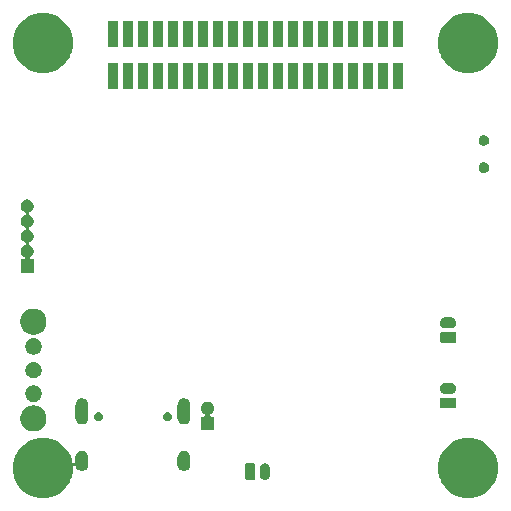
<source format=gbr>
G04 #@! TF.GenerationSoftware,KiCad,Pcbnew,(5.1.6)-1*
G04 #@! TF.CreationDate,2020-11-06T20:37:43+01:00*
G04 #@! TF.ProjectId,DynOSSAT-EDU-EPS,44796e4f-5353-4415-942d-4544552d4550,rev?*
G04 #@! TF.SameCoordinates,Original*
G04 #@! TF.FileFunction,Soldermask,Bot*
G04 #@! TF.FilePolarity,Negative*
%FSLAX46Y46*%
G04 Gerber Fmt 4.6, Leading zero omitted, Abs format (unit mm)*
G04 Created by KiCad (PCBNEW (5.1.6)-1) date 2020-11-06 20:37:43*
%MOMM*%
%LPD*%
G01*
G04 APERTURE LIST*
%ADD10C,0.100000*%
G04 APERTURE END LIST*
D10*
G36*
X227278098Y-85143033D02*
G01*
X227742350Y-85335332D01*
X227742352Y-85335333D01*
X228160168Y-85614509D01*
X228515491Y-85969832D01*
X228722605Y-86279800D01*
X228794668Y-86387650D01*
X228986967Y-86851902D01*
X229085000Y-87344747D01*
X229085000Y-87847253D01*
X228986967Y-88340098D01*
X228865093Y-88634329D01*
X228794667Y-88804352D01*
X228515491Y-89222168D01*
X228160168Y-89577491D01*
X227742352Y-89856667D01*
X227742351Y-89856668D01*
X227742350Y-89856668D01*
X227278098Y-90048967D01*
X226785253Y-90147000D01*
X226282747Y-90147000D01*
X225789902Y-90048967D01*
X225325650Y-89856668D01*
X225325649Y-89856668D01*
X225325648Y-89856667D01*
X224907832Y-89577491D01*
X224552509Y-89222168D01*
X224273333Y-88804352D01*
X224202907Y-88634329D01*
X224081033Y-88340098D01*
X223983000Y-87847253D01*
X223983000Y-87344747D01*
X224081033Y-86851902D01*
X224273332Y-86387650D01*
X224345395Y-86279800D01*
X224552509Y-85969832D01*
X224907832Y-85614509D01*
X225325648Y-85335333D01*
X225325650Y-85335332D01*
X225789902Y-85143033D01*
X226282747Y-85045000D01*
X226785253Y-85045000D01*
X227278098Y-85143033D01*
G37*
G36*
X191278098Y-85143033D02*
G01*
X191742350Y-85335332D01*
X191742352Y-85335333D01*
X192160168Y-85614509D01*
X192515491Y-85969832D01*
X192722605Y-86279800D01*
X192794668Y-86387650D01*
X192986967Y-86851902D01*
X193037504Y-87105969D01*
X193044617Y-87129418D01*
X193056168Y-87151029D01*
X193071713Y-87169971D01*
X193090655Y-87185516D01*
X193112266Y-87197067D01*
X193135715Y-87204180D01*
X193160101Y-87206582D01*
X193184487Y-87204180D01*
X193207936Y-87197067D01*
X193229547Y-87185516D01*
X193248489Y-87169971D01*
X193264034Y-87151029D01*
X193275585Y-87129418D01*
X193282698Y-87105969D01*
X193285100Y-87081583D01*
X193285100Y-86644234D01*
X193293073Y-86563286D01*
X193324579Y-86459422D01*
X193375744Y-86363700D01*
X193444599Y-86279799D01*
X193528500Y-86210944D01*
X193528499Y-86210944D01*
X193528501Y-86210943D01*
X193601358Y-86172000D01*
X193624221Y-86159779D01*
X193728085Y-86128273D01*
X193836100Y-86117634D01*
X193944114Y-86128273D01*
X194047978Y-86159779D01*
X194092007Y-86183313D01*
X194143699Y-86210943D01*
X194143701Y-86210944D01*
X194143700Y-86210944D01*
X194227601Y-86279799D01*
X194296456Y-86363700D01*
X194347621Y-86459421D01*
X194379127Y-86563285D01*
X194387100Y-86644233D01*
X194387100Y-87298367D01*
X194379127Y-87379315D01*
X194347621Y-87483179D01*
X194347619Y-87483182D01*
X194296457Y-87578900D01*
X194227601Y-87662801D01*
X194143700Y-87731657D01*
X194075155Y-87768295D01*
X194047979Y-87782821D01*
X193944115Y-87814327D01*
X193836100Y-87824966D01*
X193728086Y-87814327D01*
X193624222Y-87782821D01*
X193597046Y-87768295D01*
X193528501Y-87731657D01*
X193444600Y-87662801D01*
X193375744Y-87578899D01*
X193320238Y-87475056D01*
X193306624Y-87454681D01*
X193289297Y-87437354D01*
X193268923Y-87423741D01*
X193246284Y-87414363D01*
X193222251Y-87409583D01*
X193197747Y-87409583D01*
X193173713Y-87414364D01*
X193151075Y-87423741D01*
X193130700Y-87437355D01*
X193113373Y-87454682D01*
X193099760Y-87475056D01*
X193090382Y-87497695D01*
X193085000Y-87533980D01*
X193085000Y-87847253D01*
X192986967Y-88340098D01*
X192865093Y-88634329D01*
X192794667Y-88804352D01*
X192515491Y-89222168D01*
X192160168Y-89577491D01*
X191742352Y-89856667D01*
X191742351Y-89856668D01*
X191742350Y-89856668D01*
X191278098Y-90048967D01*
X190785253Y-90147000D01*
X190282747Y-90147000D01*
X189789902Y-90048967D01*
X189325650Y-89856668D01*
X189325649Y-89856668D01*
X189325648Y-89856667D01*
X188907832Y-89577491D01*
X188552509Y-89222168D01*
X188273333Y-88804352D01*
X188202907Y-88634329D01*
X188081033Y-88340098D01*
X187983000Y-87847253D01*
X187983000Y-87344747D01*
X188081033Y-86851902D01*
X188273332Y-86387650D01*
X188345395Y-86279800D01*
X188552509Y-85969832D01*
X188907832Y-85614509D01*
X189325648Y-85335333D01*
X189325650Y-85335332D01*
X189789902Y-85143033D01*
X190282747Y-85045000D01*
X190785253Y-85045000D01*
X191278098Y-85143033D01*
G37*
G36*
X209421809Y-87189525D02*
G01*
X209506825Y-87215314D01*
X209585174Y-87257193D01*
X209653849Y-87313552D01*
X209710207Y-87382225D01*
X209752086Y-87460574D01*
X209777875Y-87545590D01*
X209784400Y-87611842D01*
X209784400Y-88156158D01*
X209777875Y-88222410D01*
X209752086Y-88307426D01*
X209710207Y-88385775D01*
X209653849Y-88454449D01*
X209585175Y-88510807D01*
X209506826Y-88552686D01*
X209421810Y-88578475D01*
X209333400Y-88587182D01*
X209244991Y-88578475D01*
X209159975Y-88552686D01*
X209081626Y-88510807D01*
X209012952Y-88454449D01*
X208956595Y-88385776D01*
X208914713Y-88307423D01*
X208888925Y-88222410D01*
X208882400Y-88156158D01*
X208882400Y-87611843D01*
X208888925Y-87545591D01*
X208914714Y-87460575D01*
X208956593Y-87382226D01*
X209012952Y-87313551D01*
X209081625Y-87257193D01*
X209159974Y-87215314D01*
X209244990Y-87189525D01*
X209333400Y-87180818D01*
X209421809Y-87189525D01*
G37*
G36*
X208403083Y-87186725D02*
G01*
X208433543Y-87195966D01*
X208461623Y-87210974D01*
X208486231Y-87231169D01*
X208506426Y-87255777D01*
X208521434Y-87283857D01*
X208530675Y-87314317D01*
X208534400Y-87352140D01*
X208534400Y-88415860D01*
X208530675Y-88453683D01*
X208521434Y-88484143D01*
X208506426Y-88512223D01*
X208486231Y-88536831D01*
X208461623Y-88557026D01*
X208433543Y-88572034D01*
X208403083Y-88581275D01*
X208365260Y-88585000D01*
X207801540Y-88585000D01*
X207763717Y-88581275D01*
X207733257Y-88572034D01*
X207705177Y-88557026D01*
X207680569Y-88536831D01*
X207660374Y-88512223D01*
X207645366Y-88484143D01*
X207636125Y-88453683D01*
X207632400Y-88415860D01*
X207632400Y-87352140D01*
X207636125Y-87314317D01*
X207645366Y-87283857D01*
X207660374Y-87255777D01*
X207680569Y-87231169D01*
X207705177Y-87210974D01*
X207733257Y-87195966D01*
X207763717Y-87186725D01*
X207801540Y-87183000D01*
X208365260Y-87183000D01*
X208403083Y-87186725D01*
G37*
G36*
X202584114Y-86128273D02*
G01*
X202687978Y-86159779D01*
X202732007Y-86183313D01*
X202783699Y-86210943D01*
X202783701Y-86210944D01*
X202783700Y-86210944D01*
X202867601Y-86279799D01*
X202936456Y-86363700D01*
X202987621Y-86459421D01*
X203019127Y-86563285D01*
X203027100Y-86644233D01*
X203027100Y-87298367D01*
X203019127Y-87379315D01*
X202987621Y-87483179D01*
X202987619Y-87483182D01*
X202936457Y-87578900D01*
X202867601Y-87662801D01*
X202783700Y-87731657D01*
X202715155Y-87768295D01*
X202687979Y-87782821D01*
X202584115Y-87814327D01*
X202476100Y-87824966D01*
X202368086Y-87814327D01*
X202264222Y-87782821D01*
X202237046Y-87768295D01*
X202168501Y-87731657D01*
X202084600Y-87662801D01*
X202015745Y-87578901D01*
X201964580Y-87483179D01*
X201958898Y-87464448D01*
X201933073Y-87379315D01*
X201925100Y-87298367D01*
X201925100Y-86644234D01*
X201933073Y-86563286D01*
X201964579Y-86459422D01*
X202015744Y-86363700D01*
X202084599Y-86279799D01*
X202168500Y-86210944D01*
X202168499Y-86210944D01*
X202168501Y-86210943D01*
X202241358Y-86172000D01*
X202264221Y-86159779D01*
X202368085Y-86128273D01*
X202476100Y-86117634D01*
X202584114Y-86128273D01*
G37*
G36*
X189952795Y-82304156D02*
G01*
X190059150Y-82325311D01*
X190148432Y-82362293D01*
X190259520Y-82408307D01*
X190439844Y-82528795D01*
X190593205Y-82682156D01*
X190713693Y-82862480D01*
X190747353Y-82943742D01*
X190796689Y-83062850D01*
X190798264Y-83070767D01*
X190839000Y-83275560D01*
X190839000Y-83492440D01*
X190823770Y-83569006D01*
X190796689Y-83705150D01*
X190756715Y-83801656D01*
X190713693Y-83905520D01*
X190593205Y-84085844D01*
X190439844Y-84239205D01*
X190259520Y-84359693D01*
X190059150Y-84442689D01*
X189952794Y-84463845D01*
X189846440Y-84485000D01*
X189629560Y-84485000D01*
X189523206Y-84463845D01*
X189416850Y-84442689D01*
X189216480Y-84359693D01*
X189036156Y-84239205D01*
X188882795Y-84085844D01*
X188762307Y-83905520D01*
X188719285Y-83801656D01*
X188679311Y-83705150D01*
X188652230Y-83569006D01*
X188637000Y-83492440D01*
X188637000Y-83275560D01*
X188677736Y-83070767D01*
X188679311Y-83062850D01*
X188728647Y-82943742D01*
X188762307Y-82862480D01*
X188882795Y-82682156D01*
X189036156Y-82528795D01*
X189216480Y-82408307D01*
X189327568Y-82362293D01*
X189416850Y-82325311D01*
X189523206Y-82304155D01*
X189629560Y-82283000D01*
X189846440Y-82283000D01*
X189952795Y-82304156D01*
G37*
G36*
X204630721Y-81994774D02*
G01*
X204730995Y-82036309D01*
X204730996Y-82036310D01*
X204821242Y-82096610D01*
X204897990Y-82173358D01*
X204897991Y-82173360D01*
X204958291Y-82263605D01*
X204999826Y-82363879D01*
X205021000Y-82470330D01*
X205021000Y-82578870D01*
X204999826Y-82685321D01*
X204958291Y-82785595D01*
X204958290Y-82785596D01*
X204897990Y-82875842D01*
X204821242Y-82952590D01*
X204789816Y-82973588D01*
X204728336Y-83014668D01*
X204709394Y-83030214D01*
X204693849Y-83049156D01*
X204682298Y-83070767D01*
X204675185Y-83094215D01*
X204672783Y-83118602D01*
X204675185Y-83142988D01*
X204682298Y-83166437D01*
X204693849Y-83188047D01*
X204709395Y-83206989D01*
X204728337Y-83222534D01*
X204749948Y-83234085D01*
X204773396Y-83241198D01*
X204797782Y-83243600D01*
X205021000Y-83243600D01*
X205021000Y-84345600D01*
X203919000Y-84345600D01*
X203919000Y-83243600D01*
X204142218Y-83243600D01*
X204166604Y-83241198D01*
X204190053Y-83234085D01*
X204211664Y-83222534D01*
X204230606Y-83206989D01*
X204246151Y-83188047D01*
X204257702Y-83166436D01*
X204264815Y-83142987D01*
X204267217Y-83118601D01*
X204264815Y-83094215D01*
X204257702Y-83070766D01*
X204246151Y-83049155D01*
X204230606Y-83030213D01*
X204211664Y-83014668D01*
X204150184Y-82973588D01*
X204118758Y-82952590D01*
X204042010Y-82875842D01*
X203981710Y-82785596D01*
X203981709Y-82785595D01*
X203940174Y-82685321D01*
X203919000Y-82578870D01*
X203919000Y-82470330D01*
X203940174Y-82363879D01*
X203981709Y-82263605D01*
X204042009Y-82173360D01*
X204042010Y-82173358D01*
X204118758Y-82096610D01*
X204209004Y-82036310D01*
X204209005Y-82036309D01*
X204309279Y-81994774D01*
X204415730Y-81973600D01*
X204524270Y-81973600D01*
X204630721Y-81994774D01*
G37*
G36*
X193948114Y-81698273D02*
G01*
X194051978Y-81729779D01*
X194096007Y-81753313D01*
X194147699Y-81780943D01*
X194162745Y-81793291D01*
X194231601Y-81849799D01*
X194289987Y-81920943D01*
X194300457Y-81933701D01*
X194327877Y-81985000D01*
X194351621Y-82029421D01*
X194383127Y-82133285D01*
X194391100Y-82214233D01*
X194391100Y-83368367D01*
X194383127Y-83449315D01*
X194351621Y-83553179D01*
X194337095Y-83580355D01*
X194300457Y-83648900D01*
X194231601Y-83732801D01*
X194147700Y-83801657D01*
X194079155Y-83838295D01*
X194051979Y-83852821D01*
X193948115Y-83884327D01*
X193840100Y-83894966D01*
X193732086Y-83884327D01*
X193628222Y-83852821D01*
X193601046Y-83838295D01*
X193532501Y-83801657D01*
X193448600Y-83732801D01*
X193379744Y-83648900D01*
X193343106Y-83580355D01*
X193328580Y-83553179D01*
X193297074Y-83449315D01*
X193289101Y-83368367D01*
X193289100Y-82214234D01*
X193297073Y-82133286D01*
X193328579Y-82029422D01*
X193366722Y-81958062D01*
X193379743Y-81933701D01*
X193403118Y-81905218D01*
X193448599Y-81849799D01*
X193519743Y-81791413D01*
X193532501Y-81780943D01*
X193584193Y-81753313D01*
X193628221Y-81729779D01*
X193732085Y-81698273D01*
X193840100Y-81687634D01*
X193948114Y-81698273D01*
G37*
G36*
X202588114Y-81698273D02*
G01*
X202691978Y-81729779D01*
X202736007Y-81753313D01*
X202787699Y-81780943D01*
X202802745Y-81793291D01*
X202871601Y-81849799D01*
X202929987Y-81920943D01*
X202940457Y-81933701D01*
X202967877Y-81985000D01*
X202991621Y-82029421D01*
X203023127Y-82133285D01*
X203031100Y-82214233D01*
X203031100Y-83368367D01*
X203023127Y-83449315D01*
X202991621Y-83553179D01*
X202977095Y-83580355D01*
X202940457Y-83648900D01*
X202871601Y-83732801D01*
X202787700Y-83801657D01*
X202719155Y-83838295D01*
X202691979Y-83852821D01*
X202588115Y-83884327D01*
X202480100Y-83894966D01*
X202372086Y-83884327D01*
X202268222Y-83852821D01*
X202241046Y-83838295D01*
X202172501Y-83801657D01*
X202088600Y-83732801D01*
X202019744Y-83648900D01*
X201983106Y-83580355D01*
X201968580Y-83553179D01*
X201937074Y-83449315D01*
X201929101Y-83368367D01*
X201929100Y-82214234D01*
X201937073Y-82133286D01*
X201968579Y-82029422D01*
X202006722Y-81958062D01*
X202019743Y-81933701D01*
X202043118Y-81905218D01*
X202088599Y-81849799D01*
X202159743Y-81791413D01*
X202172501Y-81780943D01*
X202224193Y-81753313D01*
X202268221Y-81729779D01*
X202372085Y-81698273D01*
X202480100Y-81687634D01*
X202588114Y-81698273D01*
G37*
G36*
X201188772Y-82874249D02*
G01*
X201188774Y-82874250D01*
X201188775Y-82874250D01*
X201257203Y-82902593D01*
X201318786Y-82943742D01*
X201371158Y-82996114D01*
X201412307Y-83057697D01*
X201437534Y-83118602D01*
X201440651Y-83126128D01*
X201455100Y-83198766D01*
X201455100Y-83272834D01*
X201454558Y-83275561D01*
X201440650Y-83345475D01*
X201412307Y-83413903D01*
X201371158Y-83475486D01*
X201318786Y-83527858D01*
X201257203Y-83569007D01*
X201188775Y-83597350D01*
X201188774Y-83597350D01*
X201188772Y-83597351D01*
X201116134Y-83611800D01*
X201042066Y-83611800D01*
X200969428Y-83597351D01*
X200969426Y-83597350D01*
X200969425Y-83597350D01*
X200900997Y-83569007D01*
X200839414Y-83527858D01*
X200787042Y-83475486D01*
X200745893Y-83413903D01*
X200717550Y-83345475D01*
X200703643Y-83275561D01*
X200703100Y-83272834D01*
X200703100Y-83198766D01*
X200717549Y-83126128D01*
X200720666Y-83118602D01*
X200745893Y-83057697D01*
X200787042Y-82996114D01*
X200839414Y-82943742D01*
X200900997Y-82902593D01*
X200969425Y-82874250D01*
X200969426Y-82874250D01*
X200969428Y-82874249D01*
X201042066Y-82859800D01*
X201116134Y-82859800D01*
X201188772Y-82874249D01*
G37*
G36*
X195346772Y-82874249D02*
G01*
X195346774Y-82874250D01*
X195346775Y-82874250D01*
X195415203Y-82902593D01*
X195476786Y-82943742D01*
X195529158Y-82996114D01*
X195570307Y-83057697D01*
X195595534Y-83118602D01*
X195598651Y-83126128D01*
X195613100Y-83198766D01*
X195613100Y-83272834D01*
X195612558Y-83275561D01*
X195598650Y-83345475D01*
X195570307Y-83413903D01*
X195529158Y-83475486D01*
X195476786Y-83527858D01*
X195415203Y-83569007D01*
X195346775Y-83597350D01*
X195346774Y-83597350D01*
X195346772Y-83597351D01*
X195274134Y-83611800D01*
X195200066Y-83611800D01*
X195127428Y-83597351D01*
X195127426Y-83597350D01*
X195127425Y-83597350D01*
X195058997Y-83569007D01*
X194997414Y-83527858D01*
X194945042Y-83475486D01*
X194903893Y-83413903D01*
X194875550Y-83345475D01*
X194861643Y-83275561D01*
X194861100Y-83272834D01*
X194861100Y-83198766D01*
X194875549Y-83126128D01*
X194878666Y-83118602D01*
X194903893Y-83057697D01*
X194945042Y-82996114D01*
X194997414Y-82943742D01*
X195058997Y-82902593D01*
X195127425Y-82874250D01*
X195127426Y-82874250D01*
X195127428Y-82874249D01*
X195200066Y-82859800D01*
X195274134Y-82859800D01*
X195346772Y-82874249D01*
G37*
G36*
X225410483Y-81645525D02*
G01*
X225440943Y-81654766D01*
X225469023Y-81669774D01*
X225493631Y-81689969D01*
X225513826Y-81714577D01*
X225528834Y-81742657D01*
X225538075Y-81773117D01*
X225541800Y-81810940D01*
X225541800Y-82374660D01*
X225538075Y-82412483D01*
X225528834Y-82442943D01*
X225513826Y-82471023D01*
X225493631Y-82495631D01*
X225469023Y-82515826D01*
X225440943Y-82530834D01*
X225410483Y-82540075D01*
X225372660Y-82543800D01*
X224308940Y-82543800D01*
X224271117Y-82540075D01*
X224240657Y-82530834D01*
X224212577Y-82515826D01*
X224187969Y-82495631D01*
X224167774Y-82471023D01*
X224152766Y-82442943D01*
X224143525Y-82412483D01*
X224139800Y-82374660D01*
X224139800Y-81810940D01*
X224143525Y-81773117D01*
X224152766Y-81742657D01*
X224167774Y-81714577D01*
X224187969Y-81689969D01*
X224212577Y-81669774D01*
X224240657Y-81654766D01*
X224271117Y-81645525D01*
X224308940Y-81641800D01*
X225372660Y-81641800D01*
X225410483Y-81645525D01*
G37*
G36*
X189942473Y-80609938D02*
G01*
X190070049Y-80662782D01*
X190184859Y-80739495D01*
X190282505Y-80837141D01*
X190359218Y-80951951D01*
X190412062Y-81079527D01*
X190439000Y-81214956D01*
X190439000Y-81353044D01*
X190412062Y-81488473D01*
X190359218Y-81616049D01*
X190282505Y-81730859D01*
X190184859Y-81828505D01*
X190070049Y-81905218D01*
X189942473Y-81958062D01*
X189807044Y-81985000D01*
X189668956Y-81985000D01*
X189533527Y-81958062D01*
X189405951Y-81905218D01*
X189291141Y-81828505D01*
X189193495Y-81730859D01*
X189116782Y-81616049D01*
X189063938Y-81488473D01*
X189037000Y-81353044D01*
X189037000Y-81214956D01*
X189063938Y-81079527D01*
X189116782Y-80951951D01*
X189193495Y-80837141D01*
X189291141Y-80739495D01*
X189405951Y-80662782D01*
X189533527Y-80609938D01*
X189668956Y-80583000D01*
X189807044Y-80583000D01*
X189942473Y-80609938D01*
G37*
G36*
X225179210Y-80398325D02*
G01*
X225264226Y-80424114D01*
X225342575Y-80465993D01*
X225411249Y-80522351D01*
X225467607Y-80591025D01*
X225509486Y-80669374D01*
X225535275Y-80754390D01*
X225543982Y-80842800D01*
X225535275Y-80931210D01*
X225509486Y-81016226D01*
X225467607Y-81094575D01*
X225411249Y-81163249D01*
X225342575Y-81219607D01*
X225264226Y-81261486D01*
X225179210Y-81287275D01*
X225112958Y-81293800D01*
X224568642Y-81293800D01*
X224502390Y-81287275D01*
X224417374Y-81261486D01*
X224339025Y-81219607D01*
X224270351Y-81163249D01*
X224213993Y-81094575D01*
X224172114Y-81016226D01*
X224146325Y-80931210D01*
X224137618Y-80842800D01*
X224146325Y-80754390D01*
X224172114Y-80669374D01*
X224213993Y-80591025D01*
X224270351Y-80522351D01*
X224339025Y-80465993D01*
X224417374Y-80424114D01*
X224502390Y-80398325D01*
X224568642Y-80391800D01*
X225112958Y-80391800D01*
X225179210Y-80398325D01*
G37*
G36*
X189942473Y-78609938D02*
G01*
X190070049Y-78662782D01*
X190184859Y-78739495D01*
X190282505Y-78837141D01*
X190359218Y-78951951D01*
X190412062Y-79079527D01*
X190439000Y-79214956D01*
X190439000Y-79353044D01*
X190412062Y-79488473D01*
X190359218Y-79616049D01*
X190282505Y-79730859D01*
X190184859Y-79828505D01*
X190070049Y-79905218D01*
X189942473Y-79958062D01*
X189807044Y-79985000D01*
X189668956Y-79985000D01*
X189533527Y-79958062D01*
X189405951Y-79905218D01*
X189291141Y-79828505D01*
X189193495Y-79730859D01*
X189116782Y-79616049D01*
X189063938Y-79488473D01*
X189037000Y-79353044D01*
X189037000Y-79214956D01*
X189063938Y-79079527D01*
X189116782Y-78951951D01*
X189193495Y-78837141D01*
X189291141Y-78739495D01*
X189405951Y-78662782D01*
X189533527Y-78609938D01*
X189668956Y-78583000D01*
X189807044Y-78583000D01*
X189942473Y-78609938D01*
G37*
G36*
X189942473Y-76609938D02*
G01*
X190070049Y-76662782D01*
X190184859Y-76739495D01*
X190282505Y-76837141D01*
X190359218Y-76951951D01*
X190412062Y-77079527D01*
X190439000Y-77214956D01*
X190439000Y-77353044D01*
X190412062Y-77488473D01*
X190359218Y-77616049D01*
X190282505Y-77730859D01*
X190184859Y-77828505D01*
X190070049Y-77905218D01*
X189942473Y-77958062D01*
X189807044Y-77985000D01*
X189668956Y-77985000D01*
X189533527Y-77958062D01*
X189405951Y-77905218D01*
X189291141Y-77828505D01*
X189193495Y-77730859D01*
X189116782Y-77616049D01*
X189063938Y-77488473D01*
X189037000Y-77353044D01*
X189037000Y-77214956D01*
X189063938Y-77079527D01*
X189116782Y-76951951D01*
X189193495Y-76837141D01*
X189291141Y-76739495D01*
X189405951Y-76662782D01*
X189533527Y-76609938D01*
X189668956Y-76583000D01*
X189807044Y-76583000D01*
X189942473Y-76609938D01*
G37*
G36*
X225410483Y-76082925D02*
G01*
X225440943Y-76092166D01*
X225469023Y-76107174D01*
X225493631Y-76127369D01*
X225513826Y-76151977D01*
X225528834Y-76180057D01*
X225538075Y-76210517D01*
X225541800Y-76248340D01*
X225541800Y-76812060D01*
X225538075Y-76849883D01*
X225528834Y-76880343D01*
X225513826Y-76908423D01*
X225493631Y-76933031D01*
X225469023Y-76953226D01*
X225440943Y-76968234D01*
X225410483Y-76977475D01*
X225372660Y-76981200D01*
X224308940Y-76981200D01*
X224271117Y-76977475D01*
X224240657Y-76968234D01*
X224212577Y-76953226D01*
X224187969Y-76933031D01*
X224167774Y-76908423D01*
X224152766Y-76880343D01*
X224143525Y-76849883D01*
X224139800Y-76812060D01*
X224139800Y-76248340D01*
X224143525Y-76210517D01*
X224152766Y-76180057D01*
X224167774Y-76151977D01*
X224187969Y-76127369D01*
X224212577Y-76107174D01*
X224240657Y-76092166D01*
X224271117Y-76082925D01*
X224308940Y-76079200D01*
X225372660Y-76079200D01*
X225410483Y-76082925D01*
G37*
G36*
X189952794Y-74104155D02*
G01*
X190059150Y-74125311D01*
X190259520Y-74208307D01*
X190439844Y-74328795D01*
X190593205Y-74482156D01*
X190713693Y-74662480D01*
X190713693Y-74662481D01*
X190796689Y-74862850D01*
X190839000Y-75075561D01*
X190839000Y-75292439D01*
X190796689Y-75505150D01*
X190757132Y-75600648D01*
X190713693Y-75705520D01*
X190593205Y-75885844D01*
X190439844Y-76039205D01*
X190259520Y-76159693D01*
X190059150Y-76242689D01*
X189968568Y-76260707D01*
X189846440Y-76285000D01*
X189629560Y-76285000D01*
X189507432Y-76260707D01*
X189416850Y-76242689D01*
X189316666Y-76201191D01*
X189216480Y-76159693D01*
X189036156Y-76039205D01*
X188882795Y-75885844D01*
X188762307Y-75705520D01*
X188718868Y-75600648D01*
X188679311Y-75505150D01*
X188637000Y-75292439D01*
X188637000Y-75075561D01*
X188679311Y-74862850D01*
X188762307Y-74662481D01*
X188762307Y-74662480D01*
X188882795Y-74482156D01*
X189036156Y-74328795D01*
X189216480Y-74208307D01*
X189316666Y-74166809D01*
X189416850Y-74125311D01*
X189523206Y-74104155D01*
X189629560Y-74083000D01*
X189846440Y-74083000D01*
X189952794Y-74104155D01*
G37*
G36*
X225179210Y-74835725D02*
G01*
X225264226Y-74861514D01*
X225342575Y-74903393D01*
X225411249Y-74959751D01*
X225467607Y-75028425D01*
X225509486Y-75106774D01*
X225535275Y-75191790D01*
X225543982Y-75280200D01*
X225535275Y-75368610D01*
X225509486Y-75453626D01*
X225467607Y-75531975D01*
X225411249Y-75600649D01*
X225342575Y-75657007D01*
X225264226Y-75698886D01*
X225179210Y-75724675D01*
X225112958Y-75731200D01*
X224568642Y-75731200D01*
X224502390Y-75724675D01*
X224417374Y-75698886D01*
X224339025Y-75657007D01*
X224270351Y-75600649D01*
X224213993Y-75531975D01*
X224172114Y-75453626D01*
X224146325Y-75368610D01*
X224137618Y-75280200D01*
X224146325Y-75191790D01*
X224172114Y-75106774D01*
X224213993Y-75028425D01*
X224270351Y-74959751D01*
X224339025Y-74903393D01*
X224417374Y-74861514D01*
X224502390Y-74835725D01*
X224568642Y-74829200D01*
X225112958Y-74829200D01*
X225179210Y-74835725D01*
G37*
G36*
X189365321Y-64875174D02*
G01*
X189465595Y-64916709D01*
X189465596Y-64916710D01*
X189555842Y-64977010D01*
X189632590Y-65053758D01*
X189632591Y-65053760D01*
X189692891Y-65144005D01*
X189734426Y-65244279D01*
X189755600Y-65350730D01*
X189755600Y-65459270D01*
X189734426Y-65565721D01*
X189692891Y-65665995D01*
X189692890Y-65665996D01*
X189632590Y-65756242D01*
X189555842Y-65832990D01*
X189510412Y-65863345D01*
X189465595Y-65893291D01*
X189390211Y-65924516D01*
X189368600Y-65936067D01*
X189349659Y-65951612D01*
X189334113Y-65970554D01*
X189322562Y-65992165D01*
X189315449Y-66015614D01*
X189313047Y-66040000D01*
X189315449Y-66064386D01*
X189322562Y-66087835D01*
X189334113Y-66109446D01*
X189349658Y-66128387D01*
X189368600Y-66143933D01*
X189390211Y-66155484D01*
X189465595Y-66186709D01*
X189465596Y-66186710D01*
X189555842Y-66247010D01*
X189632590Y-66323758D01*
X189632591Y-66323760D01*
X189692891Y-66414005D01*
X189734426Y-66514279D01*
X189755600Y-66620730D01*
X189755600Y-66729270D01*
X189734426Y-66835721D01*
X189692891Y-66935995D01*
X189692890Y-66935996D01*
X189632590Y-67026242D01*
X189555842Y-67102990D01*
X189510412Y-67133345D01*
X189465595Y-67163291D01*
X189390211Y-67194516D01*
X189368600Y-67206067D01*
X189349659Y-67221612D01*
X189334113Y-67240554D01*
X189322562Y-67262165D01*
X189315449Y-67285614D01*
X189313047Y-67310000D01*
X189315449Y-67334386D01*
X189322562Y-67357835D01*
X189334113Y-67379446D01*
X189349658Y-67398387D01*
X189368600Y-67413933D01*
X189390211Y-67425484D01*
X189465595Y-67456709D01*
X189465596Y-67456710D01*
X189555842Y-67517010D01*
X189632590Y-67593758D01*
X189632591Y-67593760D01*
X189692891Y-67684005D01*
X189734426Y-67784279D01*
X189755600Y-67890730D01*
X189755600Y-67999270D01*
X189734426Y-68105721D01*
X189692891Y-68205995D01*
X189692890Y-68205996D01*
X189632590Y-68296242D01*
X189555842Y-68372990D01*
X189510412Y-68403345D01*
X189465595Y-68433291D01*
X189390211Y-68464516D01*
X189368600Y-68476067D01*
X189349659Y-68491612D01*
X189334113Y-68510554D01*
X189322562Y-68532165D01*
X189315449Y-68555614D01*
X189313047Y-68580000D01*
X189315449Y-68604386D01*
X189322562Y-68627835D01*
X189334113Y-68649446D01*
X189349658Y-68668387D01*
X189368600Y-68683933D01*
X189390211Y-68695484D01*
X189465595Y-68726709D01*
X189465596Y-68726710D01*
X189555842Y-68787010D01*
X189632590Y-68863758D01*
X189632591Y-68863760D01*
X189692891Y-68954005D01*
X189734426Y-69054279D01*
X189755600Y-69160730D01*
X189755600Y-69269270D01*
X189734426Y-69375721D01*
X189692891Y-69475995D01*
X189692890Y-69475996D01*
X189632590Y-69566242D01*
X189555842Y-69642990D01*
X189524416Y-69663988D01*
X189462936Y-69705068D01*
X189443994Y-69720614D01*
X189428449Y-69739556D01*
X189416898Y-69761167D01*
X189409785Y-69784615D01*
X189407383Y-69809002D01*
X189409785Y-69833388D01*
X189416898Y-69856837D01*
X189428449Y-69878447D01*
X189443995Y-69897389D01*
X189462937Y-69912934D01*
X189484548Y-69924485D01*
X189507996Y-69931598D01*
X189532382Y-69934000D01*
X189755600Y-69934000D01*
X189755600Y-71036000D01*
X188653600Y-71036000D01*
X188653600Y-69934000D01*
X188876818Y-69934000D01*
X188901204Y-69931598D01*
X188924653Y-69924485D01*
X188946264Y-69912934D01*
X188965206Y-69897389D01*
X188980751Y-69878447D01*
X188992302Y-69856836D01*
X188999415Y-69833387D01*
X189001817Y-69809001D01*
X188999415Y-69784615D01*
X188992302Y-69761166D01*
X188980751Y-69739555D01*
X188965206Y-69720613D01*
X188946264Y-69705068D01*
X188884784Y-69663988D01*
X188853358Y-69642990D01*
X188776610Y-69566242D01*
X188716310Y-69475996D01*
X188716309Y-69475995D01*
X188674774Y-69375721D01*
X188653600Y-69269270D01*
X188653600Y-69160730D01*
X188674774Y-69054279D01*
X188716309Y-68954005D01*
X188776609Y-68863760D01*
X188776610Y-68863758D01*
X188853358Y-68787010D01*
X188943604Y-68726710D01*
X188943605Y-68726709D01*
X189018989Y-68695484D01*
X189040600Y-68683933D01*
X189059541Y-68668388D01*
X189075087Y-68649446D01*
X189086638Y-68627835D01*
X189093751Y-68604386D01*
X189096153Y-68580000D01*
X189093751Y-68555614D01*
X189086638Y-68532165D01*
X189075087Y-68510554D01*
X189059542Y-68491613D01*
X189040600Y-68476067D01*
X189018989Y-68464516D01*
X188943605Y-68433291D01*
X188898788Y-68403345D01*
X188853358Y-68372990D01*
X188776610Y-68296242D01*
X188716310Y-68205996D01*
X188716309Y-68205995D01*
X188674774Y-68105721D01*
X188653600Y-67999270D01*
X188653600Y-67890730D01*
X188674774Y-67784279D01*
X188716309Y-67684005D01*
X188776609Y-67593760D01*
X188776610Y-67593758D01*
X188853358Y-67517010D01*
X188943604Y-67456710D01*
X188943605Y-67456709D01*
X189018989Y-67425484D01*
X189040600Y-67413933D01*
X189059541Y-67398388D01*
X189075087Y-67379446D01*
X189086638Y-67357835D01*
X189093751Y-67334386D01*
X189096153Y-67310000D01*
X189093751Y-67285614D01*
X189086638Y-67262165D01*
X189075087Y-67240554D01*
X189059542Y-67221613D01*
X189040600Y-67206067D01*
X189018989Y-67194516D01*
X188943605Y-67163291D01*
X188898788Y-67133345D01*
X188853358Y-67102990D01*
X188776610Y-67026242D01*
X188716310Y-66935996D01*
X188716309Y-66935995D01*
X188674774Y-66835721D01*
X188653600Y-66729270D01*
X188653600Y-66620730D01*
X188674774Y-66514279D01*
X188716309Y-66414005D01*
X188776609Y-66323760D01*
X188776610Y-66323758D01*
X188853358Y-66247010D01*
X188943604Y-66186710D01*
X188943605Y-66186709D01*
X189018989Y-66155484D01*
X189040600Y-66143933D01*
X189059541Y-66128388D01*
X189075087Y-66109446D01*
X189086638Y-66087835D01*
X189093751Y-66064386D01*
X189096153Y-66040000D01*
X189093751Y-66015614D01*
X189086638Y-65992165D01*
X189075087Y-65970554D01*
X189059542Y-65951613D01*
X189040600Y-65936067D01*
X189018989Y-65924516D01*
X188943605Y-65893291D01*
X188898788Y-65863345D01*
X188853358Y-65832990D01*
X188776610Y-65756242D01*
X188716310Y-65665996D01*
X188716309Y-65665995D01*
X188674774Y-65565721D01*
X188653600Y-65459270D01*
X188653600Y-65350730D01*
X188674774Y-65244279D01*
X188716309Y-65144005D01*
X188776609Y-65053760D01*
X188776610Y-65053758D01*
X188853358Y-64977010D01*
X188943604Y-64916710D01*
X188943605Y-64916709D01*
X189043879Y-64875174D01*
X189150330Y-64854000D01*
X189258870Y-64854000D01*
X189365321Y-64875174D01*
G37*
G36*
X228001152Y-61701731D02*
G01*
X228083227Y-61735728D01*
X228083229Y-61735729D01*
X228120413Y-61760575D01*
X228157095Y-61785085D01*
X228219915Y-61847905D01*
X228269272Y-61921773D01*
X228303269Y-62003848D01*
X228320600Y-62090979D01*
X228320600Y-62179821D01*
X228303269Y-62266952D01*
X228269272Y-62349027D01*
X228269271Y-62349029D01*
X228219914Y-62422896D01*
X228157096Y-62485714D01*
X228083229Y-62535071D01*
X228083228Y-62535072D01*
X228083227Y-62535072D01*
X228001152Y-62569069D01*
X227914021Y-62586400D01*
X227825179Y-62586400D01*
X227738048Y-62569069D01*
X227655973Y-62535072D01*
X227655972Y-62535072D01*
X227655971Y-62535071D01*
X227582104Y-62485714D01*
X227519286Y-62422896D01*
X227469929Y-62349029D01*
X227469928Y-62349027D01*
X227435931Y-62266952D01*
X227418600Y-62179821D01*
X227418600Y-62090979D01*
X227435931Y-62003848D01*
X227469928Y-61921773D01*
X227519285Y-61847905D01*
X227582105Y-61785085D01*
X227618787Y-61760575D01*
X227655971Y-61735729D01*
X227655973Y-61735728D01*
X227738048Y-61701731D01*
X227825179Y-61684400D01*
X227914021Y-61684400D01*
X228001152Y-61701731D01*
G37*
G36*
X228001152Y-59401731D02*
G01*
X228083227Y-59435728D01*
X228083229Y-59435729D01*
X228120413Y-59460575D01*
X228157095Y-59485085D01*
X228219915Y-59547905D01*
X228269272Y-59621773D01*
X228303269Y-59703848D01*
X228320600Y-59790979D01*
X228320600Y-59879821D01*
X228303269Y-59966952D01*
X228269272Y-60049027D01*
X228269271Y-60049029D01*
X228219914Y-60122896D01*
X228157096Y-60185714D01*
X228083229Y-60235071D01*
X228083228Y-60235072D01*
X228083227Y-60235072D01*
X228001152Y-60269069D01*
X227914021Y-60286400D01*
X227825179Y-60286400D01*
X227738048Y-60269069D01*
X227655973Y-60235072D01*
X227655972Y-60235072D01*
X227655971Y-60235071D01*
X227582104Y-60185714D01*
X227519286Y-60122896D01*
X227469929Y-60049029D01*
X227469928Y-60049027D01*
X227435931Y-59966952D01*
X227418600Y-59879821D01*
X227418600Y-59790979D01*
X227435931Y-59703848D01*
X227469928Y-59621773D01*
X227519285Y-59547905D01*
X227582105Y-59485085D01*
X227618787Y-59460575D01*
X227655971Y-59435729D01*
X227655973Y-59435728D01*
X227738048Y-59401731D01*
X227825179Y-59384400D01*
X227914021Y-59384400D01*
X228001152Y-59401731D01*
G37*
G36*
X203270400Y-55501000D02*
G01*
X202418400Y-55501000D01*
X202418400Y-53299000D01*
X203270400Y-53299000D01*
X203270400Y-55501000D01*
G37*
G36*
X218510400Y-55501000D02*
G01*
X217658400Y-55501000D01*
X217658400Y-53299000D01*
X218510400Y-53299000D01*
X218510400Y-55501000D01*
G37*
G36*
X204540400Y-55501000D02*
G01*
X203688400Y-55501000D01*
X203688400Y-53299000D01*
X204540400Y-53299000D01*
X204540400Y-55501000D01*
G37*
G36*
X217240400Y-55501000D02*
G01*
X216388400Y-55501000D01*
X216388400Y-53299000D01*
X217240400Y-53299000D01*
X217240400Y-55501000D01*
G37*
G36*
X205810400Y-55501000D02*
G01*
X204958400Y-55501000D01*
X204958400Y-53299000D01*
X205810400Y-53299000D01*
X205810400Y-55501000D01*
G37*
G36*
X207080400Y-55501000D02*
G01*
X206228400Y-55501000D01*
X206228400Y-53299000D01*
X207080400Y-53299000D01*
X207080400Y-55501000D01*
G37*
G36*
X215970400Y-55501000D02*
G01*
X215118400Y-55501000D01*
X215118400Y-53299000D01*
X215970400Y-53299000D01*
X215970400Y-55501000D01*
G37*
G36*
X208350400Y-55501000D02*
G01*
X207498400Y-55501000D01*
X207498400Y-53299000D01*
X208350400Y-53299000D01*
X208350400Y-55501000D01*
G37*
G36*
X209620400Y-55501000D02*
G01*
X208768400Y-55501000D01*
X208768400Y-53299000D01*
X209620400Y-53299000D01*
X209620400Y-55501000D01*
G37*
G36*
X210890400Y-55501000D02*
G01*
X210038400Y-55501000D01*
X210038400Y-53299000D01*
X210890400Y-53299000D01*
X210890400Y-55501000D01*
G37*
G36*
X212160400Y-55501000D02*
G01*
X211308400Y-55501000D01*
X211308400Y-53299000D01*
X212160400Y-53299000D01*
X212160400Y-55501000D01*
G37*
G36*
X219780400Y-55501000D02*
G01*
X218928400Y-55501000D01*
X218928400Y-53299000D01*
X219780400Y-53299000D01*
X219780400Y-55501000D01*
G37*
G36*
X200730400Y-55501000D02*
G01*
X199878400Y-55501000D01*
X199878400Y-53299000D01*
X200730400Y-53299000D01*
X200730400Y-55501000D01*
G37*
G36*
X199460400Y-55501000D02*
G01*
X198608400Y-55501000D01*
X198608400Y-53299000D01*
X199460400Y-53299000D01*
X199460400Y-55501000D01*
G37*
G36*
X198190400Y-55501000D02*
G01*
X197338400Y-55501000D01*
X197338400Y-53299000D01*
X198190400Y-53299000D01*
X198190400Y-55501000D01*
G37*
G36*
X196920400Y-55501000D02*
G01*
X196068400Y-55501000D01*
X196068400Y-53299000D01*
X196920400Y-53299000D01*
X196920400Y-55501000D01*
G37*
G36*
X213430400Y-55501000D02*
G01*
X212578400Y-55501000D01*
X212578400Y-53299000D01*
X213430400Y-53299000D01*
X213430400Y-55501000D01*
G37*
G36*
X221050400Y-55501000D02*
G01*
X220198400Y-55501000D01*
X220198400Y-53299000D01*
X221050400Y-53299000D01*
X221050400Y-55501000D01*
G37*
G36*
X202000400Y-55501000D02*
G01*
X201148400Y-55501000D01*
X201148400Y-53299000D01*
X202000400Y-53299000D01*
X202000400Y-55501000D01*
G37*
G36*
X214700400Y-55501000D02*
G01*
X213848400Y-55501000D01*
X213848400Y-53299000D01*
X214700400Y-53299000D01*
X214700400Y-55501000D01*
G37*
G36*
X191278098Y-49143033D02*
G01*
X191742350Y-49335332D01*
X191742352Y-49335333D01*
X192160168Y-49614509D01*
X192515491Y-49969832D01*
X192650575Y-50172000D01*
X192794668Y-50387650D01*
X192986967Y-50851902D01*
X193085000Y-51344747D01*
X193085000Y-51847253D01*
X192986967Y-52340098D01*
X192865093Y-52634329D01*
X192794667Y-52804352D01*
X192515491Y-53222168D01*
X192160168Y-53577491D01*
X191742352Y-53856667D01*
X191742351Y-53856668D01*
X191742350Y-53856668D01*
X191278098Y-54048967D01*
X190785253Y-54147000D01*
X190282747Y-54147000D01*
X189789902Y-54048967D01*
X189325650Y-53856668D01*
X189325649Y-53856668D01*
X189325648Y-53856667D01*
X188907832Y-53577491D01*
X188552509Y-53222168D01*
X188273333Y-52804352D01*
X188202907Y-52634329D01*
X188081033Y-52340098D01*
X187983000Y-51847253D01*
X187983000Y-51344747D01*
X188081033Y-50851902D01*
X188273332Y-50387650D01*
X188417425Y-50172000D01*
X188552509Y-49969832D01*
X188907832Y-49614509D01*
X189325648Y-49335333D01*
X189325650Y-49335332D01*
X189789902Y-49143033D01*
X190282747Y-49045000D01*
X190785253Y-49045000D01*
X191278098Y-49143033D01*
G37*
G36*
X227278098Y-49143033D02*
G01*
X227742350Y-49335332D01*
X227742352Y-49335333D01*
X228160168Y-49614509D01*
X228515491Y-49969832D01*
X228650575Y-50172000D01*
X228794668Y-50387650D01*
X228986967Y-50851902D01*
X229085000Y-51344747D01*
X229085000Y-51847253D01*
X228986967Y-52340098D01*
X228865093Y-52634329D01*
X228794667Y-52804352D01*
X228515491Y-53222168D01*
X228160168Y-53577491D01*
X227742352Y-53856667D01*
X227742351Y-53856668D01*
X227742350Y-53856668D01*
X227278098Y-54048967D01*
X226785253Y-54147000D01*
X226282747Y-54147000D01*
X225789902Y-54048967D01*
X225325650Y-53856668D01*
X225325649Y-53856668D01*
X225325648Y-53856667D01*
X224907832Y-53577491D01*
X224552509Y-53222168D01*
X224273333Y-52804352D01*
X224202907Y-52634329D01*
X224081033Y-52340098D01*
X223983000Y-51847253D01*
X223983000Y-51344747D01*
X224081033Y-50851902D01*
X224273332Y-50387650D01*
X224417425Y-50172000D01*
X224552509Y-49969832D01*
X224907832Y-49614509D01*
X225325648Y-49335333D01*
X225325650Y-49335332D01*
X225789902Y-49143033D01*
X226282747Y-49045000D01*
X226785253Y-49045000D01*
X227278098Y-49143033D01*
G37*
G36*
X212160400Y-51901000D02*
G01*
X211308400Y-51901000D01*
X211308400Y-49699000D01*
X212160400Y-49699000D01*
X212160400Y-51901000D01*
G37*
G36*
X209620400Y-51901000D02*
G01*
X208768400Y-51901000D01*
X208768400Y-49699000D01*
X209620400Y-49699000D01*
X209620400Y-51901000D01*
G37*
G36*
X208350400Y-51901000D02*
G01*
X207498400Y-51901000D01*
X207498400Y-49699000D01*
X208350400Y-49699000D01*
X208350400Y-51901000D01*
G37*
G36*
X207080400Y-51901000D02*
G01*
X206228400Y-51901000D01*
X206228400Y-49699000D01*
X207080400Y-49699000D01*
X207080400Y-51901000D01*
G37*
G36*
X205810400Y-51901000D02*
G01*
X204958400Y-51901000D01*
X204958400Y-49699000D01*
X205810400Y-49699000D01*
X205810400Y-51901000D01*
G37*
G36*
X210890400Y-51901000D02*
G01*
X210038400Y-51901000D01*
X210038400Y-49699000D01*
X210890400Y-49699000D01*
X210890400Y-51901000D01*
G37*
G36*
X203270400Y-51901000D02*
G01*
X202418400Y-51901000D01*
X202418400Y-49699000D01*
X203270400Y-49699000D01*
X203270400Y-51901000D01*
G37*
G36*
X202000400Y-51901000D02*
G01*
X201148400Y-51901000D01*
X201148400Y-49699000D01*
X202000400Y-49699000D01*
X202000400Y-51901000D01*
G37*
G36*
X200730400Y-51901000D02*
G01*
X199878400Y-51901000D01*
X199878400Y-49699000D01*
X200730400Y-49699000D01*
X200730400Y-51901000D01*
G37*
G36*
X198190400Y-51901000D02*
G01*
X197338400Y-51901000D01*
X197338400Y-49699000D01*
X198190400Y-49699000D01*
X198190400Y-51901000D01*
G37*
G36*
X196920400Y-51901000D02*
G01*
X196068400Y-51901000D01*
X196068400Y-49699000D01*
X196920400Y-49699000D01*
X196920400Y-51901000D01*
G37*
G36*
X204540400Y-51901000D02*
G01*
X203688400Y-51901000D01*
X203688400Y-49699000D01*
X204540400Y-49699000D01*
X204540400Y-51901000D01*
G37*
G36*
X199460400Y-51901000D02*
G01*
X198608400Y-51901000D01*
X198608400Y-49699000D01*
X199460400Y-49699000D01*
X199460400Y-51901000D01*
G37*
G36*
X221050400Y-51901000D02*
G01*
X220198400Y-51901000D01*
X220198400Y-49699000D01*
X221050400Y-49699000D01*
X221050400Y-51901000D01*
G37*
G36*
X213430400Y-51901000D02*
G01*
X212578400Y-51901000D01*
X212578400Y-49699000D01*
X213430400Y-49699000D01*
X213430400Y-51901000D01*
G37*
G36*
X214700400Y-51901000D02*
G01*
X213848400Y-51901000D01*
X213848400Y-49699000D01*
X214700400Y-49699000D01*
X214700400Y-51901000D01*
G37*
G36*
X219780400Y-51901000D02*
G01*
X218928400Y-51901000D01*
X218928400Y-49699000D01*
X219780400Y-49699000D01*
X219780400Y-51901000D01*
G37*
G36*
X218510400Y-51901000D02*
G01*
X217658400Y-51901000D01*
X217658400Y-49699000D01*
X218510400Y-49699000D01*
X218510400Y-51901000D01*
G37*
G36*
X217240400Y-51901000D02*
G01*
X216388400Y-51901000D01*
X216388400Y-49699000D01*
X217240400Y-49699000D01*
X217240400Y-51901000D01*
G37*
G36*
X215970400Y-51901000D02*
G01*
X215118400Y-51901000D01*
X215118400Y-49699000D01*
X215970400Y-49699000D01*
X215970400Y-51901000D01*
G37*
M02*

</source>
